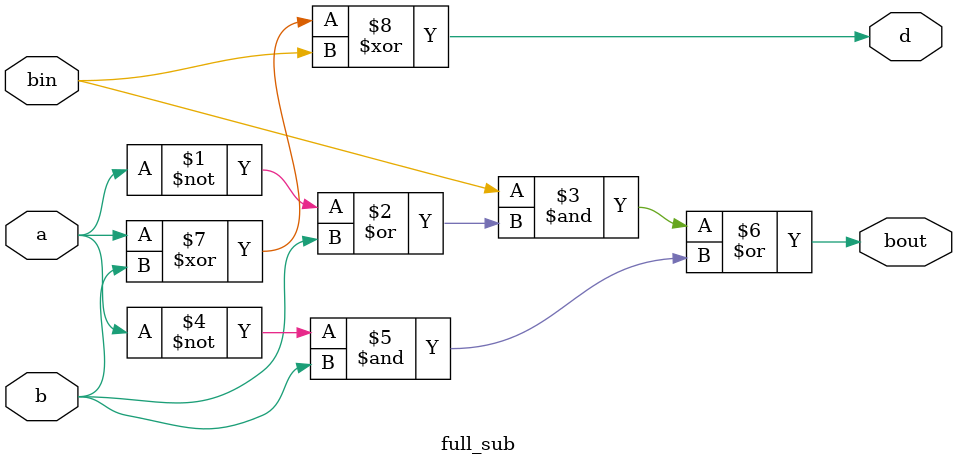
<source format=v>
`timescale 1ns / 1ps
module half_sub(
    input a, b,
    output borrow, d
    );
    assign borrow = ~a&b;
    assign d = a^b;
endmodule
module full_sub(
    input a, b, bin,
    output bout, d
    );
    assign bout = (bin&(~a|b))|(~a&b);
    assign d = a^b^bin;
endmodule

</source>
